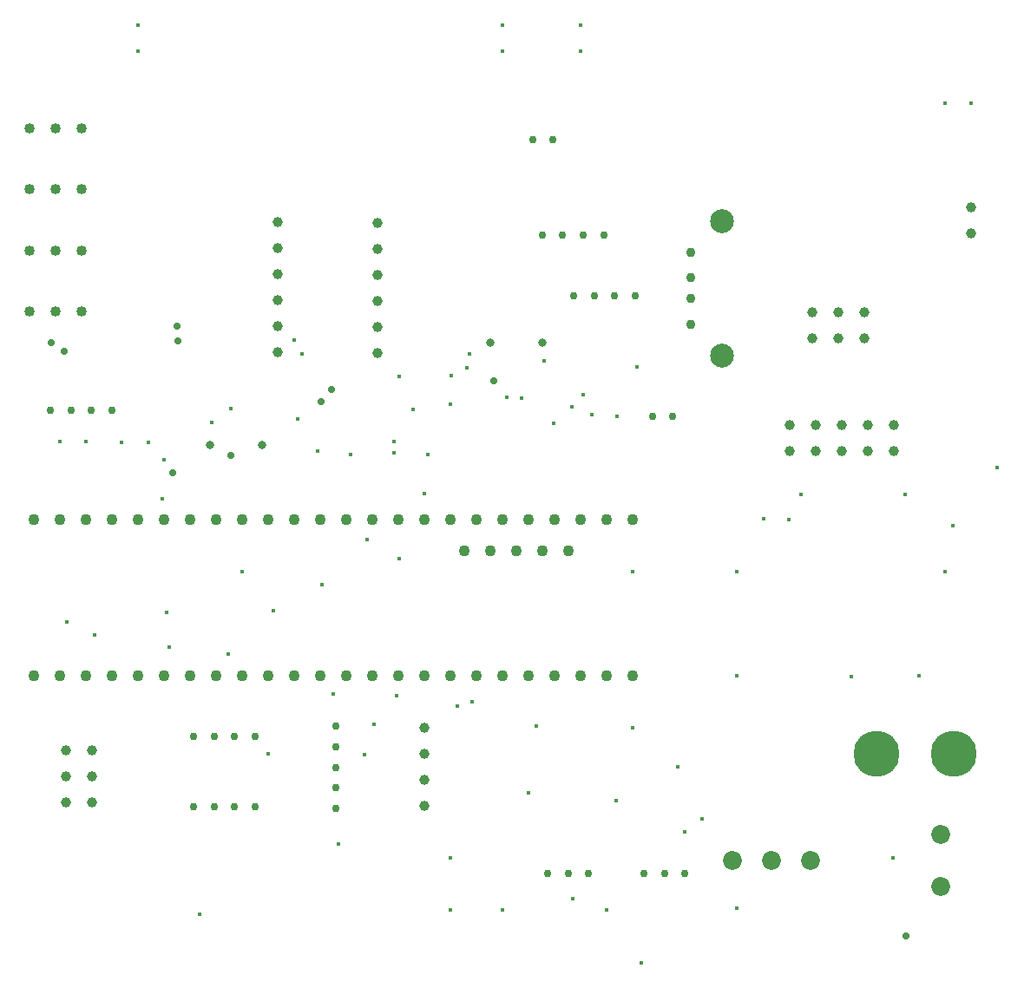
<source format=gbr>
%TF.GenerationSoftware,KiCad,Pcbnew,7.0.7-7.0.7~ubuntu22.04.1*%
%TF.CreationDate,2023-09-24T13:34:39+02:00*%
%TF.ProjectId,Regbot,52656762-6f74-42e6-9b69-6361645f7063,v5.0*%
%TF.SameCoordinates,Original*%
%TF.FileFunction,Plated,1,2,PTH,Drill*%
%TF.FilePolarity,Positive*%
%FSLAX46Y46*%
G04 Gerber Fmt 4.6, Leading zero omitted, Abs format (unit mm)*
G04 Created by KiCad (PCBNEW 7.0.7-7.0.7~ubuntu22.04.1) date 2023-09-24 13:34:39*
%MOMM*%
%LPD*%
G01*
G04 APERTURE LIST*
%TA.AperFunction,ViaDrill*%
%ADD10C,0.400000*%
%TD*%
%TA.AperFunction,ViaDrill*%
%ADD11C,0.700000*%
%TD*%
%TA.AperFunction,ComponentDrill*%
%ADD12C,0.750000*%
%TD*%
%TA.AperFunction,ComponentDrill*%
%ADD13C,0.800000*%
%TD*%
%TA.AperFunction,ComponentDrill*%
%ADD14C,0.920000*%
%TD*%
%TA.AperFunction,ComponentDrill*%
%ADD15C,1.000000*%
%TD*%
%TA.AperFunction,ComponentDrill*%
%ADD16C,1.016000*%
%TD*%
%TA.AperFunction,ComponentDrill*%
%ADD17C,1.100000*%
%TD*%
%TA.AperFunction,ComponentDrill*%
%ADD18C,1.850000*%
%TD*%
%TA.AperFunction,ComponentDrill*%
%ADD19C,2.330000*%
%TD*%
%TA.AperFunction,ComponentDrill*%
%ADD20C,4.499990*%
%TD*%
G04 APERTURE END LIST*
D10*
X104140000Y-99060000D03*
X104753706Y-116658675D03*
X106680000Y-99060000D03*
X107498080Y-117961896D03*
X110122406Y-99165418D03*
X111760000Y-58420000D03*
X111760000Y-60960000D03*
X112767672Y-99142009D03*
X114103480Y-104682403D03*
X114225404Y-100794377D03*
X114523268Y-115726253D03*
X114799629Y-119156386D03*
X117694910Y-145188354D03*
X118912710Y-97163747D03*
X120570706Y-119774135D03*
X120813478Y-95839092D03*
X121920000Y-111760000D03*
X124460000Y-129540000D03*
X124893150Y-115540852D03*
X127000000Y-89169589D03*
X127333426Y-96853426D03*
X127699500Y-90487977D03*
X129235621Y-99995097D03*
X129674375Y-113011409D03*
X130767455Y-123649766D03*
X131261431Y-138306986D03*
X132480478Y-100312712D03*
X133787960Y-129643543D03*
X134112587Y-108638164D03*
X134782061Y-126614255D03*
X136697020Y-99023893D03*
X136699778Y-100187210D03*
X136992743Y-123886469D03*
X137173668Y-92720799D03*
X137226230Y-110492224D03*
X138527960Y-95930267D03*
X139700000Y-104140000D03*
X140025712Y-100322135D03*
X142207891Y-95419166D03*
X142240000Y-139700000D03*
X142240000Y-144780000D03*
X142278659Y-92643491D03*
X142888571Y-124850331D03*
X143773165Y-91822201D03*
X144049433Y-90529672D03*
X144310438Y-124426265D03*
X147320000Y-58420000D03*
X147320000Y-60960000D03*
X147320000Y-144780000D03*
X147684714Y-94761602D03*
X149177342Y-94852613D03*
X149817475Y-133368352D03*
X150587223Y-126799501D03*
X151375240Y-91160154D03*
X152243645Y-97284211D03*
X154088999Y-95668999D03*
X154147224Y-143661391D03*
X154940000Y-58420000D03*
X154940000Y-60960000D03*
X155183143Y-94453284D03*
X156003750Y-96459214D03*
X157480000Y-144780000D03*
X158402701Y-134119744D03*
X158488199Y-96576672D03*
X160020000Y-111760000D03*
X160020000Y-127000000D03*
X160441110Y-91809104D03*
X160850196Y-149894580D03*
X164378684Y-130815890D03*
X165100000Y-137160000D03*
X166750136Y-135887550D03*
X170174100Y-144584600D03*
X170180000Y-111760000D03*
X170180000Y-121920000D03*
X172732278Y-106586438D03*
X175260000Y-106680000D03*
X176375589Y-104231178D03*
X181295677Y-121993420D03*
X185420000Y-139700000D03*
X186557203Y-104231178D03*
X187960000Y-121920000D03*
X190500000Y-66040000D03*
X190500000Y-111760000D03*
X191269332Y-107298009D03*
X193040000Y-66040000D03*
X195580000Y-101600000D03*
D11*
X103253760Y-89401745D03*
X104492444Y-90287639D03*
X115081212Y-102083710D03*
X115562203Y-87825951D03*
X115624921Y-89237110D03*
X120811648Y-100437102D03*
X129573731Y-95116996D03*
X130639487Y-93979500D03*
X146418660Y-93129609D03*
X186626500Y-147320000D03*
D12*
%TO.C,J5*%
X103194929Y-96020960D03*
X105194929Y-96020960D03*
X107194929Y-96020960D03*
X109194929Y-96020960D03*
%TO.C,J6*%
X117142000Y-127804000D03*
%TO.C,J3*%
X117142000Y-134662000D03*
%TO.C,J6*%
X119142000Y-127804000D03*
%TO.C,J3*%
X119142000Y-134662000D03*
%TO.C,J6*%
X121142000Y-127804000D03*
%TO.C,J3*%
X121142000Y-134662000D03*
%TO.C,J6*%
X123142000Y-127804000D03*
%TO.C,J3*%
X123142000Y-134662000D03*
%TO.C,J4*%
X130998719Y-126865013D03*
X130998719Y-128865013D03*
X130998719Y-130865013D03*
X130998719Y-132865013D03*
X130998719Y-134865013D03*
%TO.C,J1*%
X150230982Y-69623706D03*
%TO.C,J8*%
X151158828Y-78885885D03*
%TO.C,J15*%
X151702000Y-141224000D03*
%TO.C,J1*%
X152230982Y-69623706D03*
%TO.C,J8*%
X153158828Y-78885885D03*
%TO.C,J15*%
X153702000Y-141224000D03*
%TO.C,J7*%
X154236574Y-84829785D03*
%TO.C,J8*%
X155158828Y-78885885D03*
%TO.C,J15*%
X155702000Y-141224000D03*
%TO.C,J7*%
X156236574Y-84829785D03*
%TO.C,J8*%
X157158828Y-78885885D03*
%TO.C,J7*%
X158236574Y-84829785D03*
X160236574Y-84829785D03*
%TO.C,J16*%
X161100000Y-141224000D03*
%TO.C,J2*%
X161891586Y-96582090D03*
%TO.C,J16*%
X163100000Y-141224000D03*
%TO.C,J2*%
X163891586Y-96582090D03*
%TO.C,J16*%
X165100000Y-141224000D03*
D13*
%TO.C,L2*%
X118726791Y-99432731D03*
X123806791Y-99432731D03*
%TO.C,L1*%
X146136738Y-89425188D03*
X151216738Y-89425188D03*
D14*
%TO.C,J12*%
X165672946Y-80580453D03*
X165672946Y-83080453D03*
X165672946Y-85080453D03*
X165672946Y-87580453D03*
D15*
%TO.C,J10*%
X104666376Y-129215004D03*
X104666376Y-131755004D03*
X104666376Y-134295004D03*
X107206376Y-129215004D03*
X107206376Y-131755004D03*
X107206376Y-134295004D03*
%TO.C,J9*%
X125379151Y-77672566D03*
X125379151Y-80212566D03*
X125379151Y-82752566D03*
X125379151Y-85292566D03*
X125379151Y-87832566D03*
X125379151Y-90372566D03*
%TO.C,J13*%
X135121037Y-77725186D03*
X135121037Y-80265186D03*
X135121037Y-82805186D03*
X135121037Y-85345186D03*
X135121037Y-87885186D03*
X135121037Y-90425186D03*
%TO.C,U9*%
X139700000Y-127000000D03*
X139700000Y-129540000D03*
X139700000Y-132080000D03*
X139700000Y-134620000D03*
%TO.C,J14*%
X175289069Y-97464677D03*
X175289069Y-100004677D03*
%TO.C,J11*%
X177486357Y-86457326D03*
X177486357Y-88997326D03*
%TO.C,J14*%
X177829069Y-97464677D03*
X177829069Y-100004677D03*
%TO.C,J11*%
X180026357Y-86457326D03*
X180026357Y-88997326D03*
%TO.C,J14*%
X180369069Y-97464677D03*
X180369069Y-100004677D03*
%TO.C,J11*%
X182566357Y-86457326D03*
X182566357Y-88997326D03*
%TO.C,J14*%
X182909069Y-97464677D03*
X182909069Y-100004677D03*
X185449069Y-97464677D03*
X185449069Y-100004677D03*
%TO.C,JP1*%
X193040000Y-76200000D03*
X193040000Y-78740000D03*
D16*
%TO.C,SERVO4*%
X101150083Y-68488425D03*
%TO.C,SERVO3*%
X101150083Y-74445616D03*
%TO.C,SERVO2*%
X101150083Y-80402807D03*
%TO.C,SERVO1*%
X101150083Y-86360000D03*
%TO.C,SERVO4*%
X103690083Y-68488425D03*
%TO.C,SERVO3*%
X103690083Y-74445616D03*
%TO.C,SERVO2*%
X103690083Y-80402807D03*
%TO.C,SERVO1*%
X103690083Y-86360000D03*
%TO.C,SERVO4*%
X106230083Y-68488425D03*
%TO.C,SERVO3*%
X106230083Y-74445616D03*
%TO.C,SERVO2*%
X106230083Y-80402807D03*
%TO.C,SERVO1*%
X106230083Y-86360000D03*
D17*
%TO.C,U1*%
X101600000Y-106680000D03*
X101600000Y-121920000D03*
X104140000Y-106680000D03*
X104140000Y-121920000D03*
X106680000Y-106680000D03*
X106680000Y-121920000D03*
X109220000Y-106680000D03*
X109220000Y-121920000D03*
X111760000Y-106680000D03*
X111760000Y-121920000D03*
X114300000Y-106680000D03*
X114300000Y-121920000D03*
X116840000Y-106680000D03*
X116840000Y-121920000D03*
X119380000Y-106680000D03*
X119380000Y-121920000D03*
X121920000Y-106680000D03*
X121920000Y-121920000D03*
X124460000Y-106680000D03*
X124460000Y-121920000D03*
X127000000Y-106680000D03*
X127000000Y-121920000D03*
X129540000Y-106680000D03*
X129540000Y-121920000D03*
X132080000Y-106680000D03*
X132080000Y-121920000D03*
X134620000Y-106680000D03*
X134620000Y-121920000D03*
X137160000Y-106680000D03*
X137160000Y-121920000D03*
X139700000Y-106680000D03*
X139700000Y-121920000D03*
X142240000Y-106680000D03*
X142240000Y-121920000D03*
X143560800Y-109730800D03*
X144780000Y-106680000D03*
X144780000Y-121920000D03*
X146100800Y-109730800D03*
X147320000Y-106680000D03*
X147320000Y-121920000D03*
X148640800Y-109730800D03*
X149860000Y-106680000D03*
X149860000Y-121920000D03*
X151180800Y-109730800D03*
X152400000Y-106680000D03*
X152400000Y-121920000D03*
X153720800Y-109730800D03*
X154940000Y-106680000D03*
X154940000Y-121920000D03*
X157480000Y-106680000D03*
X157480000Y-121920000D03*
X160020000Y-106680000D03*
X160020000Y-121920000D03*
D18*
%TO.C,SWITCH1*%
X169710100Y-139928600D03*
X173520100Y-139928600D03*
X177330100Y-139928600D03*
X190030100Y-137388600D03*
X190030100Y-142468600D03*
D19*
%TO.C,J12*%
X168672946Y-77510453D03*
X168672946Y-90650453D03*
D20*
%TO.C,POWER1*%
X183794400Y-129540000D03*
X191294409Y-129540000D03*
M02*

</source>
